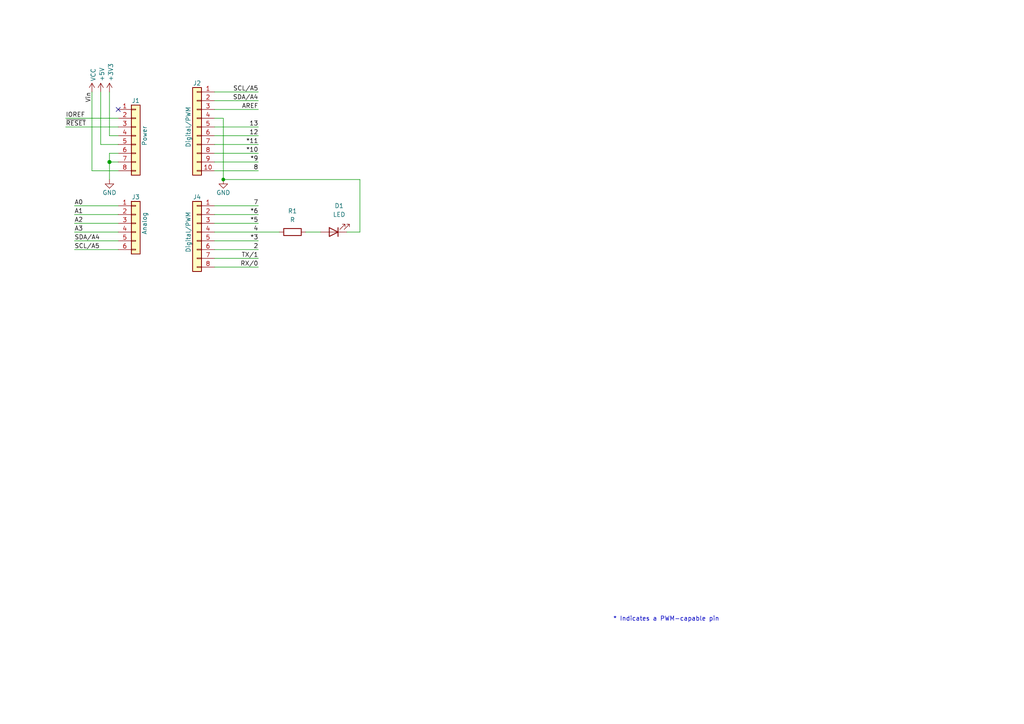
<source format=kicad_sch>
(kicad_sch (version 20230121) (generator eeschema)
  (paper "A4")
  (title_block (date "mar. 31 mars 2015"))
  (lib_symbols
    (symbol "Connector_Generic:Conn_01x06" (pin_names (offset 1.016) hide)
      (property "Reference" "J" (at 0 7.62 0))
      (property "Value" "Conn_01x06" (at 0 -10.16 0))
      (symbol "Conn_01x06_1_1"
        (rectangle (start -1.27 -7.493) (end 0 -7.747) (stroke (width 0.1524)))
        (rectangle (start -1.27 -4.953) (end 0 -5.207) (stroke (width 0.1524)))
        (rectangle (start -1.27 -2.413) (end 0 -2.667) (stroke (width 0.1524)))
        (rectangle (start -1.27 0.127) (end 0 -0.127) (stroke (width 0.1524)))
        (rectangle (start -1.27 2.667) (end 0 2.413) (stroke (width 0.1524)))
        (rectangle (start -1.27 5.207) (end 0 4.953) (stroke (width 0.1524)))
        (rectangle (start -1.27 6.35) (end 1.27 -8.89) (stroke (width 0.254)) (fill (type background)))
        (pin passive line (at -5.08 5.08 0) (length 3.81) (name "Pin_1") (number "1"))
        (pin passive line (at -5.08 2.54 0) (length 3.81) (name "Pin_2") (number "2"))
        (pin passive line (at -5.08 0 0) (length 3.81) (name "Pin_3") (number "3"))
        (pin passive line (at -5.08 -2.54 0) (length 3.81) (name "Pin_4") (number "4"))
        (pin passive line (at -5.08 -5.08 0) (length 3.81) (name "Pin_5") (number "5"))
        (pin passive line (at -5.08 -7.62 0) (length 3.81) (name "Pin_6") (number "6"))
      )
    )
    (symbol "Connector_Generic:Conn_01x08" (pin_names (offset 1.016) hide)
      (property "Reference" "J" (at 0 10.16 0))
      (property "Value" "Conn_01x08" (at 0 -12.7 0))
      (symbol "Conn_01x08_1_1"
        (rectangle (start -1.27 -10.033) (end 0 -10.287) (stroke (width 0.1524)))
        (rectangle (start -1.27 -7.493) (end 0 -7.747) (stroke (width 0.1524)))
        (rectangle (start -1.27 -4.953) (end 0 -5.207) (stroke (width 0.1524)))
        (rectangle (start -1.27 -2.413) (end 0 -2.667) (stroke (width 0.1524)))
        (rectangle (start -1.27 0.127) (end 0 -0.127) (stroke (width 0.1524)))
        (rectangle (start -1.27 2.667) (end 0 2.413) (stroke (width 0.1524)))
        (rectangle (start -1.27 5.207) (end 0 4.953) (stroke (width 0.1524)))
        (rectangle (start -1.27 7.747) (end 0 7.493) (stroke (width 0.1524)))
        (rectangle (start -1.27 8.89) (end 1.27 -11.43) (stroke (width 0.254)) (fill (type background)))
        (pin passive line (at -5.08 7.62 0) (length 3.81) (name "Pin_1") (number "1"))
        (pin passive line (at -5.08 5.08 0) (length 3.81) (name "Pin_2") (number "2"))
        (pin passive line (at -5.08 2.54 0) (length 3.81) (name "Pin_3") (number "3"))
        (pin passive line (at -5.08 0 0) (length 3.81) (name "Pin_4") (number "4"))
        (pin passive line (at -5.08 -2.54 0) (length 3.81) (name "Pin_5") (number "5"))
        (pin passive line (at -5.08 -5.08 0) (length 3.81) (name "Pin_6") (number "6"))
        (pin passive line (at -5.08 -7.62 0) (length 3.81) (name "Pin_7") (number "7"))
        (pin passive line (at -5.08 -10.16 0) (length 3.81) (name "Pin_8") (number "8"))
      )
    )
    (symbol "Connector_Generic:Conn_01x10" (pin_names (offset 1.016) hide)
      (property "Reference" "J" (at 0 12.7 0))
      (property "Value" "Conn_01x10" (at 0 -15.24 0))
      (symbol "Conn_01x10_1_1"
        (rectangle (start -1.27 -12.573) (end 0 -12.827) (stroke (width 0.1524)))
        (rectangle (start -1.27 -10.033) (end 0 -10.287) (stroke (width 0.1524)))
        (rectangle (start -1.27 -7.493) (end 0 -7.747) (stroke (width 0.1524)))
        (rectangle (start -1.27 -4.953) (end 0 -5.207) (stroke (width 0.1524)))
        (rectangle (start -1.27 -2.413) (end 0 -2.667) (stroke (width 0.1524)))
        (rectangle (start -1.27 0.127) (end 0 -0.127) (stroke (width 0.1524)))
        (rectangle (start -1.27 2.667) (end 0 2.413) (stroke (width 0.1524)))
        (rectangle (start -1.27 5.207) (end 0 4.953) (stroke (width 0.1524)))
        (rectangle (start -1.27 7.747) (end 0 7.493) (stroke (width 0.1524)))
        (rectangle (start -1.27 10.287) (end 0 10.033) (stroke (width 0.1524)))
        (rectangle (start -1.27 11.43) (end 1.27 -13.97) (stroke (width 0.254)) (fill (type background)))
        (pin passive line (at -5.08 10.16 0) (length 3.81) (name "Pin_1") (number "1"))
        (pin passive line (at -5.08 -12.7 0) (length 3.81) (name "Pin_10") (number "10"))
        (pin passive line (at -5.08 7.62 0) (length 3.81) (name "Pin_2") (number "2"))
        (pin passive line (at -5.08 5.08 0) (length 3.81) (name "Pin_3") (number "3"))
        (pin passive line (at -5.08 2.54 0) (length 3.81) (name "Pin_4") (number "4"))
        (pin passive line (at -5.08 0 0) (length 3.81) (name "Pin_5") (number "5"))
        (pin passive line (at -5.08 -2.54 0) (length 3.81) (name "Pin_6") (number "6"))
        (pin passive line (at -5.08 -5.08 0) (length 3.81) (name "Pin_7") (number "7"))
        (pin passive line (at -5.08 -7.62 0) (length 3.81) (name "Pin_8") (number "8"))
        (pin passive line (at -5.08 -10.16 0) (length 3.81) (name "Pin_9") (number "9"))
      )
    )
    (symbol "Device:LED" (pin_numbers hide) (pin_names (offset 1.016) hide)
      (property "Reference" "D" (at 0 2.54 0))
      (property "Value" "LED" (at 0 -2.54 0))
      (symbol "LED_0_1"
        (polyline (pts (xy -1.27 -1.27) (xy -1.27 1.27)) (stroke (width 0.254)))
        (polyline (pts (xy -1.27 0) (xy 1.27 0)))
        (polyline (pts (xy 1.27 -1.27) (xy 1.27 1.27) (xy -1.27 0) (xy 1.27 -1.27)) (stroke (width 0.254)))
        (polyline (pts (xy -3.048 -0.762) (xy -4.572 -2.286) (xy -3.81 -2.286) (xy -4.572 -2.286) (xy -4.572 -1.524)))
        (polyline (pts (xy -1.778 -0.762) (xy -3.302 -2.286) (xy -2.54 -2.286) (xy -3.302 -2.286) (xy -3.302 -1.524)))
      )
      (symbol "LED_1_1"
        (pin passive line (at -3.81 0 0) (length 2.54) (name "K") (number "1"))
        (pin passive line (at 3.81 0 180) (length 2.54) (name "A") (number "2"))
      )
    )
    (symbol "Device:R" (pin_numbers hide) (pin_names (offset 0))
      (property "Reference" "R" (at 2.032 0 90))
      (property "Value" "R" (at 0 0 90))
      (symbol "R_0_1"
        (rectangle (start -1.016 -2.54) (end 1.016 2.54) (stroke (width 0.254)))
      )
      (symbol "R_1_1"
        (pin passive line (at 0 3.81 270) (length 1.27) (name "~") (number "1"))
        (pin passive line (at 0 -3.81 90) (length 1.27) (name "~") (number "2"))
      )
    )
    (symbol "power:+3V3" (power) (pin_names (offset 0))
      (property "Value" "+3V3" (at 0 3.556 0))
      (symbol "+3V3_0_1"
        (polyline (pts (xy -0.762 1.27) (xy 0 2.54)))
        (polyline (pts (xy 0 0) (xy 0 2.54)))
        (polyline (pts (xy 0 2.54) (xy 0.762 1.27)))
      )
      (symbol "+3V3_1_1"
        (pin power_in line (at 0 0 90) (length 0) hide (name "+3V3") (number "1"))
      )
    )
    (symbol "power:+5V" (power) (pin_names (offset 0))
      (property "Value" "+5V" (at 0 3.556 0))
      (symbol "+5V_0_1"
        (polyline (pts (xy -0.762 1.27) (xy 0 2.54)))
        (polyline (pts (xy 0 0) (xy 0 2.54)))
        (polyline (pts (xy 0 2.54) (xy 0.762 1.27)))
      )
      (symbol "+5V_1_1"
        (pin power_in line (at 0 0 90) (length 0) hide (name "+5V") (number "1"))
      )
    )
    (symbol "power:GND" (power) (pin_names (offset 0))
      (property "Value" "GND" (at 0 -3.81 0))
      (symbol "GND_0_1"
        (polyline (pts (xy 0 0) (xy 0 -1.27) (xy 1.27 -1.27) (xy 0 -2.54) (xy -1.27 -1.27) (xy 0 -1.27)))
      )
      (symbol "GND_1_1"
        (pin power_in line (at 0 0 270) (length 0) hide (name "GND") (number "1"))
      )
    )
    (symbol "power:VCC" (power) (pin_names (offset 0))
      (property "Value" "VCC" (at 0 3.81 0))
      (symbol "VCC_0_1"
        (polyline (pts (xy -0.762 1.27) (xy 0 2.54)))
        (polyline (pts (xy 0 0) (xy 0 2.54)))
        (polyline (pts (xy 0 2.54) (xy 0.762 1.27)))
      )
      (symbol "VCC_1_1"
        (pin power_in line (at 0 0 90) (length 0) hide (name "VCC") (number "1"))
      )
    )
  )
  (junction (at 31.75 46.99) (diameter 1.016))
  (junction (at 64.77 52.07))
  (no_connect (at 34.29 31.75))
  (wire (pts (xy 62.23 77.47) (xy 74.93 77.47)))
  (wire (pts (xy 62.23 44.45) (xy 74.93 44.45)))
  (wire (pts (xy 62.23 26.67) (xy 74.93 26.67)))
  (wire (pts (xy 31.75 44.45) (xy 31.75 46.99)))
  (wire (pts (xy 21.59 72.39) (xy 34.29 72.39)))
  (wire (pts (xy 31.75 46.99) (xy 31.75 52.07)))
  (wire (pts (xy 31.75 39.37) (xy 34.29 39.37)))
  (wire (pts (xy 29.21 41.91) (xy 34.29 41.91)))
  (wire (pts (xy 29.21 26.67) (xy 29.21 41.91)))
  (wire (pts (xy 62.23 36.83) (xy 74.93 36.83)))
  (wire (pts (xy 31.75 26.67) (xy 31.75 39.37)))
  (wire (pts (xy 62.23 59.69) (xy 74.93 59.69)))
  (wire (pts (xy 34.29 59.69) (xy 21.59 59.69)))
  (wire (pts (xy 62.23 39.37) (xy 74.93 39.37)))
  (wire (pts (xy 62.23 62.23) (xy 74.93 62.23)))
  (wire (pts (xy 62.23 46.99) (xy 74.93 46.99)))
  (wire (pts (xy 62.23 67.31) (xy 81.026 67.31)))
  (wire (pts (xy 19.05 34.29) (xy 34.29 34.29)))
  (wire (pts (xy 64.77 34.29) (xy 64.77 52.07)))
  (wire (pts (xy 104.394 67.31) (xy 104.394 52.07)))
  (wire (pts (xy 62.23 31.75) (xy 74.93 31.75)))
  (wire (pts (xy 34.29 64.77) (xy 21.59 64.77)))
  (wire (pts (xy 19.05 36.83) (xy 34.29 36.83)))
  (wire (pts (xy 34.29 46.99) (xy 31.75 46.99)))
  (wire (pts (xy 88.646 67.31) (xy 92.964 67.31)))
  (wire (pts (xy 34.29 49.53) (xy 26.67 49.53)))
  (wire (pts (xy 21.59 62.23) (xy 34.29 62.23)))
  (wire (pts (xy 104.394 52.07) (xy 64.77 52.07)))
  (wire (pts (xy 62.23 34.29) (xy 64.77 34.29)))
  (wire (pts (xy 34.29 44.45) (xy 31.75 44.45)))
  (wire (pts (xy 62.23 41.91) (xy 74.93 41.91)))
  (wire (pts (xy 62.23 64.77) (xy 74.93 64.77)))
  (wire (pts (xy 21.59 67.31) (xy 34.29 67.31)))
  (wire (pts (xy 62.23 29.21) (xy 74.93 29.21)))
  (wire (pts (xy 62.23 72.39) (xy 74.93 72.39)))
  (wire (pts (xy 100.584 67.31) (xy 104.394 67.31)))
  (wire (pts (xy 62.23 69.85) (xy 74.93 69.85)))
  (wire (pts (xy 62.23 74.93) (xy 74.93 74.93)))
  (wire (pts (xy 26.67 49.53) (xy 26.67 26.67)))
  (wire (pts (xy 34.29 69.85) (xy 21.59 69.85)))
  (wire (pts (xy 62.23 49.53) (xy 74.93 49.53)))
  (text "* Indicates a PWM-capable pin" (at 177.8 180.34 0) (effects (font (size 1.27 1.27)) (justify left bottom)))
  (label "RX{slash}0" (at 74.93 77.47 180))
  (label "A2" (at 21.59 64.77 0))
  (label "4" (at 74.93 67.31 180))
  (label "2" (at 74.93 72.39 180))
  (label "A3" (at 21.59 67.31 0))
  (label "13" (at 74.93 36.83 180))
  (label "12" (at 74.93 39.37 180))
  (label "~{RESET}" (at 19.05 36.83 0))
  (label "*10" (at 74.93 44.45 180))
  (label "7" (at 74.93 59.69 180))
  (label "SDA{slash}A4" (at 74.93 29.21 180))
  (label "8" (at 74.93 49.53 180))
  (label "*11" (at 74.93 41.91 180))
  (label "*3" (at 74.93 69.85 180))
  (label "A1" (at 21.59 62.23 0))
  (label "TX{slash}1" (at 74.93 74.93 180))
  (label "A0" (at 21.59 59.69 0))
  (label "AREF" (at 74.93 31.75 180))
  (label "Vin" (at 26.67 26.67 270))
  (label "*6" (at 74.93 62.23 180))
  (label "SCL{slash}A5" (at 74.93 26.67 180))
  (label "*9" (at 74.93 46.99 180))
  (label "*5" (at 74.93 64.77 180))
  (label "IOREF" (at 19.05 34.29 0))
  (label "SDA{slash}A4" (at 21.59 69.85 0))
  (label "SCL{slash}A5" (at 21.59 72.39 0))
  (symbol (lib_id "Connector_Generic:Conn_01x08") (at 39.37 39.37 0) (unit 1)
    (property "Reference" "J1" (at 39.37 29.21 0))
    (property "Value" "Power" (at 41.91 39.37 90))
    (property "Footprint" "Connector_PinSocket_2.54mm:PinSocket_1x08_P2.54mm_Vertical" (effects hide))
  )
  (symbol (lib_id "power:+3V3") (at 31.75 26.67 0) (unit 1)
    (property "Reference" "#PWR03" (effects hide))
    (property "Value" "+3.3V" (at 32.131 23.622 90) (effects (justify left)))
  )
  (symbol (lib_id "power:+5V") (at 29.21 26.67 0) (unit 1)
    (property "Reference" "#PWR02" (effects hide))
    (property "Value" "+5V" (at 29.5656 23.622 90) (effects (justify left)))
  )
  (symbol (lib_id "power:GND") (at 31.75 52.07 0) (unit 1)
    (property "Reference" "#PWR04" (effects hide))
    (property "Value" "GND" (at 31.75 55.88 0))
  )
  (symbol (lib_id "Connector_Generic:Conn_01x10") (at 57.15 36.83 0) (mirror y) (unit 1)
    (property "Reference" "J2" (at 57.15 24.13 0))
    (property "Value" "Digital/PWM" (at 54.61 36.83 90))
    (property "Footprint" "Connector_PinSocket_2.54mm:PinSocket_1x10_P2.54mm_Vertical" (effects hide))
  )
  (symbol (lib_id "power:GND") (at 64.77 52.07 0) (unit 1)
    (property "Reference" "#PWR05" (effects hide))
    (property "Value" "GND" (at 64.77 55.88 0))
  )
  (symbol (lib_id "Connector_Generic:Conn_01x06") (at 39.37 64.77 0) (unit 1)
    (property "Reference" "J3" (at 39.37 57.15 0))
    (property "Value" "Analog" (at 41.91 64.77 90))
    (property "Footprint" "Connector_PinSocket_2.54mm:PinSocket_1x06_P2.54mm_Vertical" (effects hide))
  )
  (symbol (lib_id "Connector_Generic:Conn_01x08") (at 57.15 67.31 0) (mirror y) (unit 1)
    (property "Reference" "J4" (at 57.15 57.15 0))
    (property "Value" "Digital/PWM" (at 54.61 67.31 90))
    (property "Footprint" "Connector_PinSocket_2.54mm:PinSocket_1x08_P2.54mm_Vertical" (effects hide))
  )
  (symbol (lib_id "Device:LED") (at 96.774 67.31 180) (unit 1)
    (property "Reference" "D1" (at 98.3615 59.69 0))
    (property "Value" "LED" (at 98.3615 62.23 0))
    (property "Footprint" "LED_THT:LED_D4.0mm" (effects hide))
  )
  (symbol (lib_id "power:VCC") (at 26.67 26.67 0) (unit 1)
    (property "Reference" "#PWR01" (effects hide))
    (property "Value" "VCC" (at 27.051 23.622 90) (effects (justify left)))
  )
  (symbol (lib_id "Device:R") (at 84.836 67.31 270) (unit 1)
    (property "Reference" "R1" (at 84.836 61.214 90))
    (property "Value" "R" (at 84.836 63.754 90))
    (property "Footprint" "Resistor_THT:R_Axial_DIN0204_L3.6mm_D1.6mm_P7.62mm_Horizontal" (effects hide))
  )
)
</source>
